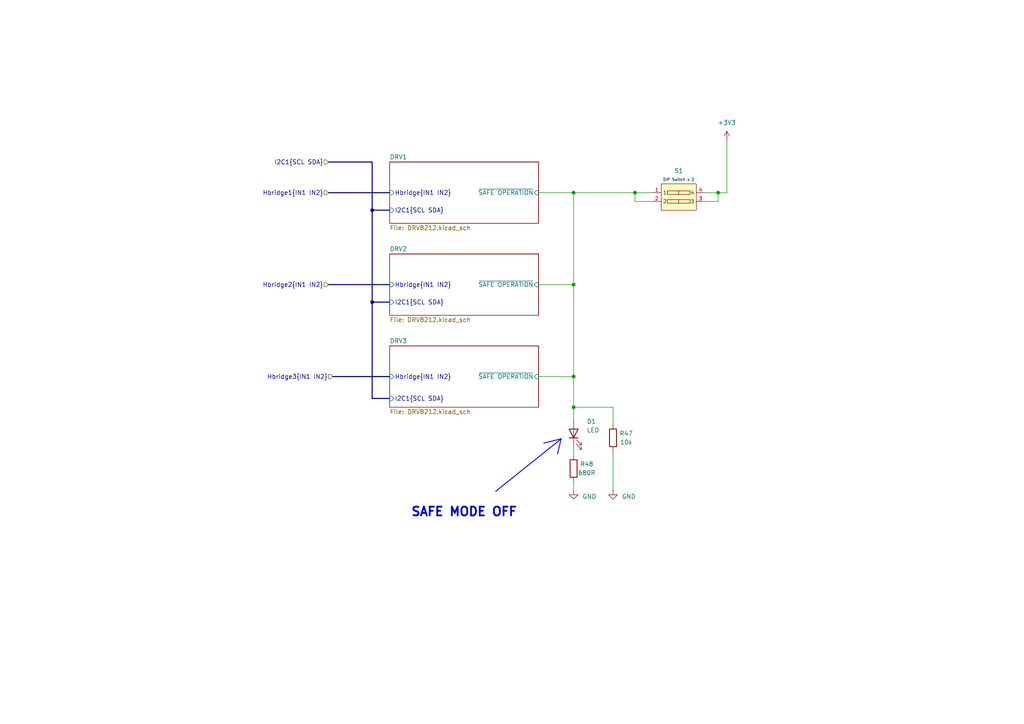
<source format=kicad_sch>
(kicad_sch (version 20231120) (generator "eeschema") (generator_version "8.0")
  (paper "A4")
  (title_block (title "POWER DRIVER") (date "2025-02-04") (rev "A") (company "Artem Horiunov") (comment 1 "DESIGNED IN POLAND"))
  (lib_symbols
    (symbol "Device:LED" (pin_numbers hide) (pin_names (offset 1.016) hide)
      (property "Reference" "D" (at 0 2.54 0))
      (property "Value" "LED" (at 0 -2.54 0))
      (symbol "LED_0_1"
        (polyline (pts (xy -1.27 -1.27) (xy -1.27 1.27)) (stroke (width 0.254)))
        (polyline (pts (xy -1.27 0) (xy 1.27 0)))
        (polyline (pts (xy 1.27 -1.27) (xy 1.27 1.27) (xy -1.27 0) (xy 1.27 -1.27)) (stroke (width 0.254)))
        (polyline (pts (xy -3.048 -0.762) (xy -4.572 -2.286) (xy -3.81 -2.286) (xy -4.572 -2.286) (xy -4.572 -1.524)))
        (polyline (pts (xy -1.778 -0.762) (xy -3.302 -2.286) (xy -2.54 -2.286) (xy -3.302 -2.286) (xy -3.302 -1.524)))
      )
      (symbol "LED_1_1"
        (pin passive line (at -3.81 0 0) (length 2.54) (name "K") (number "1"))
        (pin passive line (at 3.81 0 180) (length 2.54) (name "A") (number "2"))
      )
    )
    (symbol "Device:R" (pin_numbers hide) (pin_names (offset 0))
      (property "Reference" "R" (at 2.032 0 90))
      (property "Value" "R" (at 0 0 90))
      (symbol "R_0_1"
        (rectangle (start -1.016 -2.54) (end 1.016 2.54) (stroke (width 0.254)))
      )
      (symbol "R_1_1"
        (pin passive line (at 0 3.81 270) (length 1.27) (name "~") (number "1"))
        (pin passive line (at 0 -3.81 90) (length 1.27) (name "~") (number "2"))
      )
    )
    (symbol "PCM_JLCPCB-Connectors_Buttons:DIP Switch x 2"
      (property "Reference" "S" (at 0 1.27 0))
      (property "Value" "DIP Switch x 2" (at 0 -3.81 0))
      (symbol "DIP Switch x 2_0_1"
        (rectangle (start -5.08 5.08) (end 5.08 -2.54) (fill (type background)))
        (polyline (pts (xy -3.302 -0.508) (xy -3.302 0.508)))
        (polyline (pts (xy -3.302 0.508) (xy 3.302 0.508)))
        (polyline (pts (xy -3.302 2.032) (xy -3.302 3.048)))
        (polyline (pts (xy -3.302 3.048) (xy 3.302 3.048)))
        (polyline (pts (xy 0 0.508) (xy 0 -0.508)))
        (polyline (pts (xy 0 3.048) (xy 0 2.032)))
        (polyline (pts (xy 3.302 -0.508) (xy -3.302 -0.508)))
        (polyline (pts (xy 3.302 0.508) (xy 3.302 -0.508)))
        (polyline (pts (xy 3.302 2.032) (xy -3.302 2.032)))
        (polyline (pts (xy 3.302 3.048) (xy 3.302 2.032)))
        (pin input line (at -7.62 2.54 0) (length 2.54) (name "1") (number "1"))
        (pin input line (at -7.62 0 0) (length 2.54) (name "2") (number "2"))
        (pin input line (at 7.62 0 180) (length 2.54) (name "3") (number "3"))
        (pin input line (at 7.62 2.54 180) (length 2.54) (name "4") (number "4"))
      )
    )
    (symbol "power:+3V3" (power) (pin_numbers hide) (pin_names (offset 0) hide)
      (property "Value" "+3V3" (at 0 3.556 0))
      (symbol "+3V3_0_1"
        (polyline (pts (xy -0.762 1.27) (xy 0 2.54)))
        (polyline (pts (xy 0 0) (xy 0 2.54)))
        (polyline (pts (xy 0 2.54) (xy 0.762 1.27)))
      )
      (symbol "+3V3_1_1"
        (pin power_in line (at 0 0 90) (length 0) (name "~") (number "1"))
      )
    )
    (symbol "power:GND" (power) (pin_numbers hide) (pin_names (offset 0) hide)
      (property "Value" "GND" (at 0 -3.81 0))
      (symbol "GND_0_1"
        (polyline (pts (xy 0 0) (xy 0 -1.27) (xy 1.27 -1.27) (xy 0 -2.54) (xy -1.27 -1.27) (xy 0 -1.27)))
      )
      (symbol "GND_1_1"
        (pin power_in line (at 0 0 270) (length 0) (name "~") (number "1"))
      )
    )
  )
  (junction (at 166.37 82.55))
  (junction (at 184.15 55.88))
  (junction (at 166.37 118.11))
  (junction (at 166.37 55.88))
  (junction (at 208.28 55.88))
  (junction (at 107.95 87.63))
  (junction (at 166.37 109.22))
  (junction (at 107.95 60.96))
  (wire (pts (xy 166.37 139.7) (xy 166.37 142.24)))
  (wire (pts (xy 166.37 55.88) (xy 184.15 55.88)))
  (wire (pts (xy 184.15 58.42) (xy 184.15 55.88)))
  (wire (pts (xy 208.28 58.42) (xy 208.28 55.88)))
  (wire (pts (xy 156.21 109.22) (xy 166.37 109.22)))
  (polyline (pts (xy 162.7539 127.2722) (xy 161.7086 131.6434)) (stroke (width 0.254)))
  (wire (pts (xy 208.28 55.88) (xy 210.82 55.88)))
  (polyline (pts (xy 143.764 142.494) (xy 162.814 127.254)) (stroke (width 0.254)))
  (wire (pts (xy 166.37 109.22) (xy 166.37 118.11)))
  (wire (pts (xy 166.37 118.11) (xy 166.37 121.92)))
  (wire (pts (xy 166.37 82.55) (xy 156.21 82.55)))
  (bus (pts (xy 95.25 46.99) (xy 107.95 46.99)))
  (bus (pts (xy 95.25 55.88) (xy 113.03 55.88)))
  (polyline (pts (xy 157.734 128.524) (xy 162.814 127.254)) (stroke (width 0.254)))
  (wire (pts (xy 166.37 55.88) (xy 156.21 55.88)))
  (wire (pts (xy 177.8 130.81) (xy 177.8 142.24)))
  (bus (pts (xy 107.95 60.96) (xy 107.95 87.63)))
  (wire (pts (xy 166.37 109.22) (xy 166.37 82.55)))
  (wire (pts (xy 204.47 55.88) (xy 208.28 55.88)))
  (wire (pts (xy 204.47 58.42) (xy 208.28 58.42)))
  (wire (pts (xy 184.15 55.88) (xy 189.23 55.88)))
  (bus (pts (xy 107.95 87.63) (xy 107.95 115.57)))
  (bus (pts (xy 107.95 115.57) (xy 113.03 115.57)))
  (bus (pts (xy 107.95 87.63) (xy 113.03 87.63)))
  (bus (pts (xy 95.25 82.55) (xy 113.03 82.55)))
  (wire (pts (xy 210.82 40.64) (xy 210.82 55.88)))
  (bus (pts (xy 96.52 109.22) (xy 113.03 109.22)))
  (wire (pts (xy 189.23 58.42) (xy 184.15 58.42)))
  (bus (pts (xy 107.95 60.96) (xy 113.03 60.96)))
  (wire (pts (xy 177.8 118.11) (xy 166.37 118.11)))
  (wire (pts (xy 177.8 123.19) (xy 177.8 118.11)))
  (wire (pts (xy 166.37 82.55) (xy 166.37 55.88)))
  (wire (pts (xy 166.37 129.54) (xy 166.37 132.08)))
  (bus (pts (xy 107.95 46.99) (xy 107.95 60.96)))
  (text "SAFE MODE OFF" (at 134.62 148.59 0) (effects (font (size 2.54 2.54) (bold yes))))
  (hierarchical_label "I2C1{SCL SDA}" (shape input) (at 95.25 46.99 180))
  (hierarchical_label "Hbridge2{IN1 IN2}" (shape input) (at 95.25 82.55 180))
  (hierarchical_label "Hbridge3{IN1 IN2}" (shape input) (at 96.52 109.22 180))
  (hierarchical_label "Hbridge1{IN1 IN2}" (shape input) (at 95.25 55.88 180))
  (symbol (lib_id "power:GND") (at 166.37 142.24 0) (unit 1)
    (property "Reference" "#PWR0165" (effects (hide yes)))
    (property "Value" "GND" (at 170.942 144.018 0))
    (property "Description" "Power symbol creates a global label with name \"GND\" , ground" (effects (hide yes)))
  )
  (symbol (lib_id "Device:LED") (at 166.37 125.73 90) (unit 1)
    (property "Reference" "D1" (at 170.18 122.2375 90) (effects (justify right)))
    (property "Value" "LED" (at 170.18 124.7775 90) (effects (justify right)))
    (property "Footprint" "LED_SMD:LED_0603_1608Metric" (effects (hide yes)))
    (property "Description" "Light emitting diode" (effects (hide yes)))
  )
  (symbol (lib_id "power:+3V3") (at 210.82 40.64 0) (unit 1)
    (property "Reference" "#PWR0149" (effects (hide yes)))
    (property "Value" "+3V3" (at 210.82 35.56 0))
    (property "Description" "Power symbol creates a global label with name \"+3V3\"" (effects (hide yes)))
  )
  (symbol (lib_id "Device:R") (at 177.8 127 0) (unit 1)
    (property "Reference" "R47" (at 181.61 125.73 0))
    (property "Value" "10k" (at 181.61 128.27 0))
    (property "Footprint" "Resistor_SMD:R_0402_1005Metric" (effects (hide yes)))
  )
  (symbol (lib_id "power:GND") (at 177.8 142.24 0) (unit 1)
    (property "Reference" "#PWR0166" (effects (hide yes)))
    (property "Value" "GND" (at 182.372 144.018 0))
    (property "Description" "Power symbol creates a global label with name \"GND\" , ground" (effects (hide yes)))
  )
  (symbol (lib_id "PCM_JLCPCB-Connectors_Buttons:DIP Switch x 2") (at 196.85 58.42 0) (unit 1)
    (property "Reference" "S1" (at 196.85 49.53 0))
    (property "Value" "DIP Switch x 2" (at 196.85 52.07 0) (effects (font (size 0.8 0.8))))
    (property "Footprint" "PCM_JLCPCB:SW-SMD_218-2LPSTRF" (effects (hide yes)))
    (property "Datasheet" "https://wmsc.lcsc.com/wmsc/upload/file/pdf/v2/lcsc/2201251530_CTS-Electronic-Components-218-2LPSTR_C2961921.pdf" (effects (hide yes)))
    (property "Description" "2 positions SPST 24V 25mA SMD-4P,3.7x5.8mm DIP Switches ROHS" (effects (hide yes)))
    (property "LCSC" "C2961921" (effects (hide yes)))
    (property "Stock" "372" (effects (hide yes)))
    (property "Price" "0.863USD" (effects (hide yes)))
    (property "Process" "SMT" (effects (hide yes)))
    (property "Minimum Qty" "1" (effects (hide yes)))
    (property "Attrition Qty" "0" (effects (hide yes)))
    (property "Class" "Preferred Component" (effects (hide yes)))
    (property "Category" "Key/Switch,DIP Switches" (effects (hide yes)))
    (property "Manufacturer" "CTS Electronic Components" (effects (hide yes)))
    (property "Part" "218-2LPSTR" (effects (hide yes)))
    (property "Lead Pitch" "2.54mm" (effects (hide yes)))
    (property "Circuit" "SPST" (effects (hide yes)))
    (property "Current Rating" "25mA" (effects (hide yes)))
    (property "Pin Style" "Solder Lug" (effects (hide yes)))
    (property "Voltage Rating" "24V" (effects (hide yes)))
    (property "Number Of Positions" "2Bit" (effects (hide yes)))
    (property "Operating Temperature" "-55°C~+85°C" (effects (hide yes)))
  )
  (symbol (lib_id "Device:R") (at 166.37 135.89 0) (unit 1)
    (property "Reference" "R48" (at 170.18 134.62 0))
    (property "Value" "680R" (at 170.18 137.16 0))
    (property "Footprint" "Resistor_SMD:R_0402_1005Metric" (effects (hide yes)))
  )
  (sheet (at 113.03 100.33) (size 43.18 17.78) (stroke (width 0.1524))
    (property "Sheetname" "DRV3" (at 113.03 99.6184 0) (effects (justify left bottom)))
    (property "Sheetfile" "DRV8212.kicad_sch" (at 113.03 118.6946 0) (effects (justify left top)))
    (pin "~{SAFE OPERATION}" input (at 156.21 109.22 0))
    (pin "I2C1{SCL SDA}" input (at 113.03 115.57 180))
    (pin "Hbridge{IN1 IN2}" input (at 113.03 109.22 180))
  )
  (sheet (at 113.03 46.99) (size 43.18 17.78) (stroke (width 0.1524))
    (property "Sheetname" "DRV1" (at 113.03 46.2784 0) (effects (justify left bottom)))
    (property "Sheetfile" "DRV8212.kicad_sch" (at 113.03 65.3546 0) (effects (justify left top)))
    (pin "~{SAFE OPERATION}" input (at 156.21 55.88 0))
    (pin "I2C1{SCL SDA}" input (at 113.03 60.96 180))
    (pin "Hbridge{IN1 IN2}" input (at 113.03 55.88 180))
  )
  (sheet (at 113.03 73.66) (size 43.18 17.78) (stroke (width 0.1524))
    (property "Sheetname" "DRV2" (at 113.03 72.9484 0) (effects (justify left bottom)))
    (property "Sheetfile" "DRV8212.kicad_sch" (at 113.03 92.0246 0) (effects (justify left top)))
    (pin "~{SAFE OPERATION}" input (at 156.21 82.55 0))
    (pin "I2C1{SCL SDA}" input (at 113.03 87.63 180))
    (pin "Hbridge{IN1 IN2}" input (at 113.03 82.55 180))
  )
)
</source>
